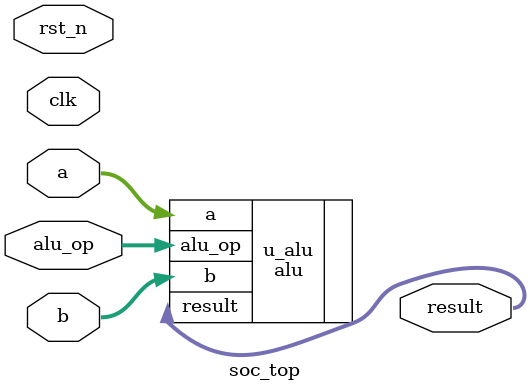
<source format=sv>
module soc_top (
    input  logic        clk,
    input  logic        rst_n,
    input  logic [31:0] a,
    input  logic [31:0] b,
    input  logic [3:0]  alu_op,
    output logic [31:0] result
);

    // ALU instance
    alu u_alu (
        .a(a),
        .b(b),
        .alu_op(alu_op),
        .result(result)
    );

endmodule

</source>
